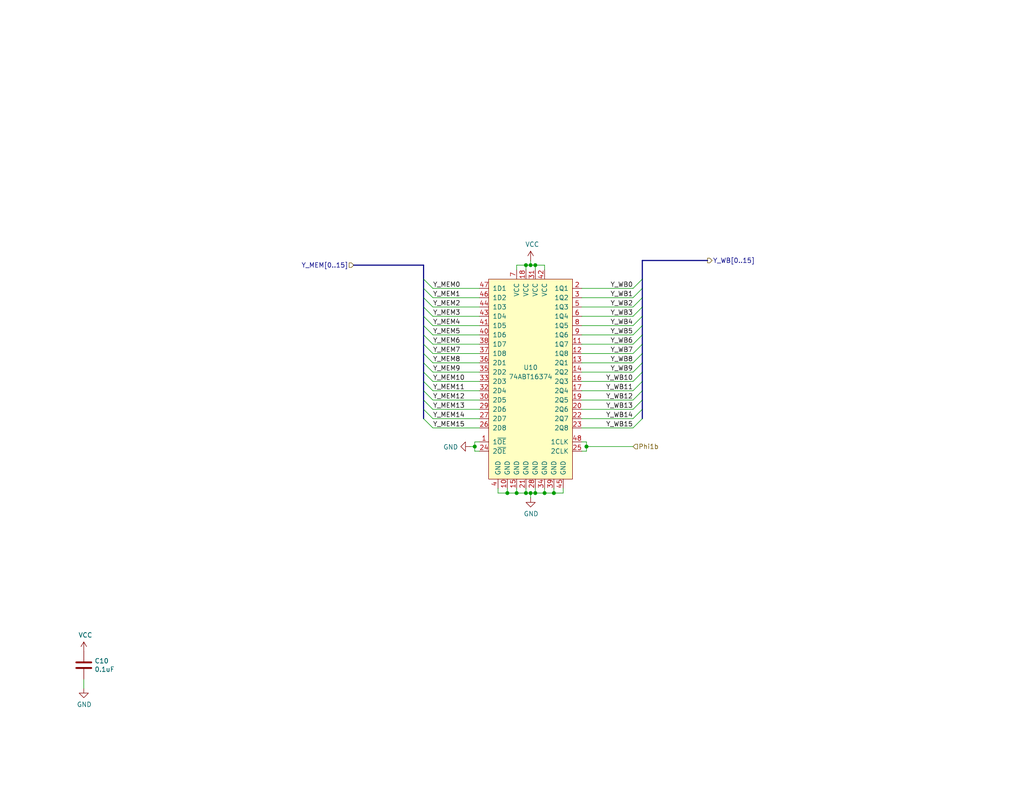
<source format=kicad_sch>
(kicad_sch (version 20250114) (generator "eeschema") (generator_version "9.0")
  (paper "USLetter")
  (title_block (title "ALU Result Register MEM/WB") (date "2025-07-22") (rev "A"))
  (lib_symbols
    (symbol "Device:C" (pin_numbers (hide yes)) (pin_names (offset 0.254))
      (property "Reference" "C" (at 0.635 2.54 0))
      (property "Value" "C" (at 0.635 -2.54 0))
      (symbol "C_0_1"
        (polyline (pts (xy -2.032 0.762) (xy 2.032 0.762)) (stroke (width 0.508)))
        (polyline (pts (xy -2.032 -0.762) (xy 2.032 -0.762)) (stroke (width 0.508)))
      )
      (symbol "C_1_1"
        (pin passive line (at 0 3.81 270) (length 2.794) (name "~") (number "1"))
        (pin passive line (at 0 -3.81 90) (length 2.794) (name "~") (number "2"))
      )
    )
    (symbol "Turtle16:74ABT16374" (pin_names (offset 1.016))
      (symbol "74ABT16374_0_0"
        (pin input line (at -13.97 21.59 0) (length 2.54) (name "1D1") (number "47"))
        (pin input line (at -13.97 19.05 0) (length 2.54) (name "1D2") (number "46"))
        (pin input line (at -13.97 16.51 0) (length 2.54) (name "1D3") (number "44"))
        (pin input line (at -13.97 13.97 0) (length 2.54) (name "1D4") (number "43"))
        (pin input line (at -13.97 11.43 0) (length 2.54) (name "1D5") (number "41"))
        (pin input line (at -13.97 8.89 0) (length 2.54) (name "1D6") (number "40"))
        (pin input line (at -13.97 6.35 0) (length 2.54) (name "1D7") (number "38"))
        (pin input line (at -13.97 3.81 0) (length 2.54) (name "1D8") (number "37"))
        (pin input line (at -13.97 1.27 0) (length 2.54) (name "2D1") (number "36"))
        (pin input line (at -13.97 -1.27 0) (length 2.54) (name "2D2") (number "35"))
        (pin input line (at -13.97 -3.81 0) (length 2.54) (name "2D3") (number "33"))
        (pin input line (at -13.97 -6.35 0) (length 2.54) (name "2D4") (number "32"))
        (pin input line (at -13.97 -8.89 0) (length 2.54) (name "2D5") (number "30"))
        (pin input line (at -13.97 -11.43 0) (length 2.54) (name "2D6") (number "29"))
        (pin input line (at -13.97 -13.97 0) (length 2.54) (name "2D7") (number "27"))
        (pin input line (at -13.97 -16.51 0) (length 2.54) (name "2D8") (number "26"))
        (pin input line (at -13.97 -20.32 0) (length 2.54) (name "1~{OE}") (number "1"))
        (pin input line (at -13.97 -22.86 0) (length 2.54) (name "2~{OE}") (number "24"))
        (pin power_in line (at -8.89 -33.02 90) (length 2.54) (name "GND") (number "4"))
        (pin power_in line (at -6.35 -33.02 90) (length 2.54) (name "GND") (number "10"))
        (pin power_in line (at -3.81 26.67 270) (length 2.54) (name "VCC") (number "7"))
        (pin power_in line (at -3.81 -33.02 90) (length 2.54) (name "GND") (number "15"))
        (pin power_in line (at -1.27 26.67 270) (length 2.54) (name "VCC") (number "18"))
        (pin power_in line (at -1.27 -33.02 90) (length 2.54) (name "GND") (number "21"))
        (pin power_in line (at 1.27 26.67 270) (length 2.54) (name "VCC") (number "31"))
        (pin power_in line (at 1.27 -33.02 90) (length 2.54) (name "GND") (number "28"))
        (pin power_in line (at 3.81 26.67 270) (length 2.54) (name "VCC") (number "42"))
        (pin power_in line (at 3.81 -33.02 90) (length 2.54) (name "GND") (number "34"))
        (pin power_in line (at 6.35 -33.02 90) (length 2.54) (name "GND") (number "39"))
        (pin power_in line (at 8.89 -33.02 90) (length 2.54) (name "GND") (number "45"))
        (pin tri_state line (at 13.97 21.59 180) (length 2.54) (name "1Q1") (number "2"))
        (pin tri_state line (at 13.97 19.05 180) (length 2.54) (name "1Q2") (number "3"))
        (pin tri_state line (at 13.97 16.51 180) (length 2.54) (name "1Q3") (number "5"))
        (pin tri_state line (at 13.97 13.97 180) (length 2.54) (name "1Q4") (number "6"))
        (pin tri_state line (at 13.97 11.43 180) (length 2.54) (name "1Q5") (number "8"))
        (pin tri_state line (at 13.97 8.89 180) (length 2.54) (name "1Q6") (number "9"))
        (pin tri_state line (at 13.97 6.35 180) (length 2.54) (name "1Q7") (number "11"))
        (pin tri_state line (at 13.97 3.81 180) (length 2.54) (name "1Q8") (number "12"))
        (pin tri_state line (at 13.97 1.27 180) (length 2.54) (name "2Q1") (number "13"))
        (pin tri_state line (at 13.97 -1.27 180) (length 2.54) (name "2Q2") (number "14"))
        (pin tri_state line (at 13.97 -3.81 180) (length 2.54) (name "2Q3") (number "16"))
        (pin tri_state line (at 13.97 -6.35 180) (length 2.54) (name "2Q4") (number "17"))
        (pin tri_state line (at 13.97 -8.89 180) (length 2.54) (name "2Q5") (number "19"))
        (pin tri_state line (at 13.97 -11.43 180) (length 2.54) (name "2Q6") (number "20"))
        (pin tri_state line (at 13.97 -13.97 180) (length 2.54) (name "2Q7") (number "22"))
        (pin tri_state line (at 13.97 -16.51 180) (length 2.54) (name "2Q8") (number "23"))
        (pin input line (at 13.97 -20.32 180) (length 2.54) (name "1CLK") (number "48"))
        (pin input line (at 13.97 -22.86 180) (length 2.54) (name "2CLK") (number "25"))
      )
      (symbol "74ABT16374_0_1"
        (rectangle (start -11.43 24.13) (end 11.43 -30.48) (fill (type background)))
      )
    )
    (symbol "power:GND" (power) (pin_numbers (hide yes)) (pin_names (offset 0) (hide yes))
      (property "Value" "GND" (at 0 -3.81 0))
      (symbol "GND_0_1"
        (polyline (pts (xy 0 0) (xy 0 -1.27) (xy 1.27 -1.27) (xy 0 -2.54) (xy -1.27 -1.27) (xy 0 -1.27)))
      )
      (symbol "GND_1_1"
        (pin power_in line (at 0 0 270) (length 0) (name "~") (number "1"))
      )
    )
    (symbol "power:VCC" (power) (pin_numbers (hide yes)) (pin_names (offset 0) (hide yes))
      (property "Value" "VCC" (at 0 3.556 0))
      (symbol "VCC_0_1"
        (polyline (pts (xy -0.762 1.27) (xy 0 2.54)))
        (polyline (pts (xy 0 2.54) (xy 0.762 1.27)))
        (polyline (pts (xy 0 0) (xy 0 2.54)))
      )
      (symbol "VCC_1_1"
        (pin power_in line (at 0 0 90) (length 0) (name "~") (number "1"))
      )
    )
  )
  (junction (at 138.43 134.62))
  (junction (at 143.51 134.62))
  (junction (at 140.97 134.62))
  (junction (at 160.02 121.92))
  (junction (at 146.05 72.39))
  (junction (at 146.05 134.62))
  (junction (at 151.13 134.62))
  (junction (at 144.78 72.39))
  (junction (at 148.59 134.62))
  (junction (at 144.78 134.62))
  (junction (at 129.54 121.92))
  (junction (at 143.51 72.39))
  (bus_entry (at 115.57 114.3) (size 2.54 2.54))
  (bus_entry (at 115.57 109.22) (size 2.54 2.54))
  (bus_entry (at 115.57 93.98) (size 2.54 2.54))
  (bus_entry (at 115.57 81.28) (size 2.54 2.54))
  (bus_entry (at 175.26 111.76) (size -2.54 2.54))
  (bus_entry (at 115.57 104.14) (size 2.54 2.54))
  (bus_entry (at 175.26 114.3) (size -2.54 2.54))
  (bus_entry (at 115.57 78.74) (size 2.54 2.54))
  (bus_entry (at 175.26 106.68) (size -2.54 2.54))
  (bus_entry (at 175.26 109.22) (size -2.54 2.54))
  (bus_entry (at 175.26 96.52) (size -2.54 2.54))
  (bus_entry (at 175.26 78.74) (size -2.54 2.54))
  (bus_entry (at 175.26 91.44) (size -2.54 2.54))
  (bus_entry (at 175.26 88.9) (size -2.54 2.54))
  (bus_entry (at 115.57 88.9) (size 2.54 2.54))
  (bus_entry (at 175.26 83.82) (size -2.54 2.54))
  (bus_entry (at 115.57 86.36) (size 2.54 2.54))
  (bus_entry (at 175.26 76.2) (size -2.54 2.54))
  (bus_entry (at 115.57 83.82) (size 2.54 2.54))
  (bus_entry (at 115.57 76.2) (size 2.54 2.54))
  (bus_entry (at 175.26 86.36) (size -2.54 2.54))
  (bus_entry (at 175.26 81.28) (size -2.54 2.54))
  (bus_entry (at 175.26 101.6) (size -2.54 2.54))
  (bus_entry (at 175.26 104.14) (size -2.54 2.54))
  (bus_entry (at 115.57 96.52) (size 2.54 2.54))
  (bus_entry (at 175.26 93.98) (size -2.54 2.54))
  (bus_entry (at 115.57 91.44) (size 2.54 2.54))
  (bus_entry (at 115.57 106.68) (size 2.54 2.54))
  (bus_entry (at 115.57 101.6) (size 2.54 2.54))
  (bus_entry (at 115.57 99.06) (size 2.54 2.54))
  (bus_entry (at 115.57 111.76) (size 2.54 2.54))
  (bus_entry (at 175.26 99.06) (size -2.54 2.54))
  (wire (pts (xy 118.11 88.9) (xy 130.81 88.9)))
  (wire (pts (xy 118.11 86.36) (xy 130.81 86.36)))
  (wire (pts (xy 160.02 121.92) (xy 160.02 123.19)))
  (bus (pts (xy 115.57 78.74) (xy 115.57 81.28)))
  (wire (pts (xy 129.54 121.92) (xy 129.54 123.19)))
  (wire (pts (xy 172.72 111.76) (xy 158.75 111.76)))
  (wire (pts (xy 153.67 134.62) (xy 153.67 133.35)))
  (wire (pts (xy 138.43 134.62) (xy 140.97 134.62)))
  (bus (pts (xy 115.57 93.98) (xy 115.57 96.52)))
  (bus (pts (xy 115.57 88.9) (xy 115.57 91.44)))
  (bus (pts (xy 115.57 86.36) (xy 115.57 88.9)))
  (wire (pts (xy 143.51 133.35) (xy 143.51 134.62)))
  (bus (pts (xy 115.57 106.68) (xy 115.57 109.22)))
  (wire (pts (xy 129.54 121.92) (xy 128.27 121.92)))
  (wire (pts (xy 160.02 120.65) (xy 160.02 121.92)))
  (wire (pts (xy 172.72 88.9) (xy 158.75 88.9)))
  (wire (pts (xy 172.72 101.6) (xy 158.75 101.6)))
  (wire (pts (xy 140.97 133.35) (xy 140.97 134.62)))
  (wire (pts (xy 148.59 72.39) (xy 148.59 73.66)))
  (wire (pts (xy 172.72 83.82) (xy 158.75 83.82)))
  (wire (pts (xy 144.78 71.12) (xy 144.78 72.39)))
  (bus (pts (xy 175.26 78.74) (xy 175.26 81.28)))
  (bus (pts (xy 115.57 76.2) (xy 115.57 78.74)))
  (wire (pts (xy 143.51 134.62) (xy 144.78 134.62)))
  (bus (pts (xy 175.26 91.44) (xy 175.26 93.98)))
  (wire (pts (xy 172.72 104.14) (xy 158.75 104.14)))
  (wire (pts (xy 148.59 133.35) (xy 148.59 134.62)))
  (bus (pts (xy 115.57 101.6) (xy 115.57 104.14)))
  (wire (pts (xy 138.43 133.35) (xy 138.43 134.62)))
  (bus (pts (xy 96.52 72.39) (xy 115.57 72.39)))
  (bus (pts (xy 175.26 71.12) (xy 175.26 76.2)))
  (wire (pts (xy 118.11 96.52) (xy 130.81 96.52)))
  (wire (pts (xy 172.72 99.06) (xy 158.75 99.06)))
  (wire (pts (xy 135.89 134.62) (xy 138.43 134.62)))
  (bus (pts (xy 175.26 81.28) (xy 175.26 83.82)))
  (wire (pts (xy 118.11 106.68) (xy 130.81 106.68)))
  (wire (pts (xy 118.11 104.14) (xy 130.81 104.14)))
  (bus (pts (xy 175.26 88.9) (xy 175.26 91.44)))
  (wire (pts (xy 118.11 111.76) (xy 130.81 111.76)))
  (bus (pts (xy 175.26 99.06) (xy 175.26 101.6)))
  (wire (pts (xy 118.11 101.6) (xy 130.81 101.6)))
  (wire (pts (xy 172.72 93.98) (xy 158.75 93.98)))
  (wire (pts (xy 146.05 133.35) (xy 146.05 134.62)))
  (wire (pts (xy 172.72 116.84) (xy 158.75 116.84)))
  (wire (pts (xy 140.97 72.39) (xy 143.51 72.39)))
  (wire (pts (xy 172.72 81.28) (xy 158.75 81.28)))
  (bus (pts (xy 193.04 71.12) (xy 175.26 71.12)))
  (wire (pts (xy 172.72 109.22) (xy 158.75 109.22)))
  (wire (pts (xy 172.72 86.36) (xy 158.75 86.36)))
  (wire (pts (xy 151.13 134.62) (xy 153.67 134.62)))
  (wire (pts (xy 172.72 96.52) (xy 158.75 96.52)))
  (wire (pts (xy 143.51 73.66) (xy 143.51 72.39)))
  (bus (pts (xy 115.57 91.44) (xy 115.57 93.98)))
  (wire (pts (xy 118.11 93.98) (xy 130.81 93.98)))
  (wire (pts (xy 146.05 72.39) (xy 148.59 72.39)))
  (bus (pts (xy 115.57 104.14) (xy 115.57 106.68)))
  (wire (pts (xy 172.72 114.3) (xy 158.75 114.3)))
  (wire (pts (xy 118.11 114.3) (xy 130.81 114.3)))
  (wire (pts (xy 172.72 106.68) (xy 158.75 106.68)))
  (bus (pts (xy 175.26 83.82) (xy 175.26 86.36)))
  (bus (pts (xy 115.57 96.52) (xy 115.57 99.06)))
  (wire (pts (xy 146.05 134.62) (xy 148.59 134.62)))
  (wire (pts (xy 146.05 73.66) (xy 146.05 72.39)))
  (wire (pts (xy 160.02 123.19) (xy 158.75 123.19)))
  (wire (pts (xy 140.97 134.62) (xy 143.51 134.62)))
  (bus (pts (xy 175.26 86.36) (xy 175.26 88.9)))
  (wire (pts (xy 129.54 120.65) (xy 129.54 121.92)))
  (wire (pts (xy 118.11 81.28) (xy 130.81 81.28)))
  (wire (pts (xy 118.11 91.44) (xy 130.81 91.44)))
  (wire (pts (xy 144.78 72.39) (xy 146.05 72.39)))
  (wire (pts (xy 140.97 73.66) (xy 140.97 72.39)))
  (bus (pts (xy 175.26 104.14) (xy 175.26 106.68)))
  (wire (pts (xy 151.13 133.35) (xy 151.13 134.62)))
  (wire (pts (xy 172.72 91.44) (xy 158.75 91.44)))
  (bus (pts (xy 115.57 99.06) (xy 115.57 101.6)))
  (wire (pts (xy 160.02 121.92) (xy 172.72 121.92)))
  (wire (pts (xy 135.89 133.35) (xy 135.89 134.62)))
  (bus (pts (xy 175.26 106.68) (xy 175.26 109.22)))
  (bus (pts (xy 175.26 101.6) (xy 175.26 104.14)))
  (wire (pts (xy 143.51 72.39) (xy 144.78 72.39)))
  (wire (pts (xy 118.11 109.22) (xy 130.81 109.22)))
  (wire (pts (xy 144.78 134.62) (xy 146.05 134.62)))
  (wire (pts (xy 118.11 116.84) (xy 130.81 116.84)))
  (wire (pts (xy 144.78 134.62) (xy 144.78 135.89)))
  (bus (pts (xy 115.57 109.22) (xy 115.57 111.76)))
  (bus (pts (xy 175.26 93.98) (xy 175.26 96.52)))
  (wire (pts (xy 130.81 120.65) (xy 129.54 120.65)))
  (bus (pts (xy 175.26 111.76) (xy 175.26 114.3)))
  (bus (pts (xy 115.57 81.28) (xy 115.57 83.82)))
  (wire (pts (xy 172.72 78.74) (xy 158.75 78.74)))
  (bus (pts (xy 115.57 72.39) (xy 115.57 76.2)))
  (wire (pts (xy 118.11 83.82) (xy 130.81 83.82)))
  (wire (pts (xy 129.54 123.19) (xy 130.81 123.19)))
  (bus (pts (xy 115.57 111.76) (xy 115.57 114.3)))
  (wire (pts (xy 22.86 187.96) (xy 22.86 185.42)))
  (bus (pts (xy 115.57 83.82) (xy 115.57 86.36)))
  (bus (pts (xy 175.26 96.52) (xy 175.26 99.06)))
  (bus (pts (xy 175.26 109.22) (xy 175.26 111.76)))
  (wire (pts (xy 118.11 78.74) (xy 130.81 78.74)))
  (wire (pts (xy 118.11 99.06) (xy 130.81 99.06)))
  (bus (pts (xy 175.26 76.2) (xy 175.26 78.74)))
  (wire (pts (xy 148.59 134.62) (xy 151.13 134.62)))
  (wire (pts (xy 158.75 120.65) (xy 160.02 120.65)))
  (label "Y_WB9" (at 172.72 101.6 180))
  (label "Y_WB14" (at 172.72 114.3 180))
  (label "Y_WB7" (at 172.72 96.52 180))
  (label "Y_WB4" (at 172.72 88.9 180))
  (label "Y_WB10" (at 172.72 104.14 180))
  (label "Y_MEM13" (at 118.11 111.76 0))
  (label "Y_MEM4" (at 118.11 88.9 0))
  (label "Y_WB12" (at 172.72 109.22 180))
  (label "Y_WB0" (at 172.72 78.74 180))
  (label "Y_MEM8" (at 118.11 99.06 0))
  (label "Y_MEM7" (at 118.11 96.52 0))
  (label "Y_WB13" (at 172.72 111.76 180))
  (label "Y_WB6" (at 172.72 93.98 180))
  (label "Y_MEM15" (at 118.11 116.84 0))
  (label "Y_MEM5" (at 118.11 91.44 0))
  (label "Y_WB8" (at 172.72 99.06 180))
  (label "Y_WB3" (at 172.72 86.36 180))
  (label "Y_MEM2" (at 118.11 83.82 0))
  (label "Y_MEM9" (at 118.11 101.6 0))
  (label "Y_MEM14" (at 118.11 114.3 0))
  (label "Y_WB15" (at 172.72 116.84 180))
  (label "Y_MEM10" (at 118.11 104.14 0))
  (label "Y_WB5" (at 172.72 91.44 180))
  (label "Y_MEM12" (at 118.11 109.22 0))
  (label "Y_MEM6" (at 118.11 93.98 0))
  (label "Y_WB1" (at 172.72 81.28 180))
  (label "Y_MEM11" (at 118.11 106.68 0))
  (label "Y_WB11" (at 172.72 106.68 180))
  (label "Y_MEM0" (at 118.11 78.74 0))
  (label "Y_MEM1" (at 118.11 81.28 0))
  (label "Y_WB2" (at 172.72 83.82 180))
  (label "Y_MEM3" (at 118.11 86.36 0))
  (hierarchical_label "Y_MEM[0..15]" (shape input) (at 96.52 72.39 180))
  (hierarchical_label "Phi1b" (shape input) (at 172.72 121.92 0))
  (hierarchical_label "Y_WB[0..15]" (shape output) (at 193.04 71.12 0))
  (symbol (lib_id "Device:C") (at 22.86 181.61 0) (unit 1)
    (property "Reference" "C?" (at 25.781 180.4416 0) (effects (justify left)))
    (property "Value" "0.1uF" (at 25.781 182.753 0) (effects (justify left)))
    (property "Footprint" "Capacitor_SMD:C_0603_1608Metric" (effects (hide yes)))
    (property "Datasheet" "https://www.mouser.com/datasheet/2/396/taiyo_yuden_12132018_mlcc11_hq_e-1510082.pdf" (effects (hide yes)))
    (property "Manufacturer" "Taiyo Yuden" (effects (hide yes)))
    (property "Manufacturer#" "EMK107B7104KAHT" (effects (hide yes)))
    (property "Digikey#" "587-6004-1-ND" (effects (hide yes)))
    (instances (project "MEMCard" (path "" (reference "C10") (unit 1))) (project "MEMCard" (path "" (reference "C?") (unit 1))))
  )
  (symbol (lib_id "power:VCC") (at 22.86 177.8 0) (unit 1)
    (property "Reference" "#PWR?" (effects (hide yes)))
    (property "Value" "VCC" (at 23.2918 173.4058 0))
    (property "Description" "Power symbol creates a global label with name \"VCC\"" (effects (hide yes)))
    (instances (project "MEMCard" (path "" (reference "#PWR051") (unit 1))) (project "MEMCard" (path "" (reference "#PWR?") (unit 1))))
  )
  (symbol (lib_id "power:GND") (at 22.86 187.96 0) (unit 1)
    (property "Reference" "#PWR?" (effects (hide yes)))
    (property "Value" "GND" (at 22.987 192.3542 0))
    (property "Description" "Power symbol creates a global label with name \"GND\" , ground" (effects (hide yes)))
    (instances (project "MEMCard" (path "" (reference "#PWR052") (unit 1))) (project "MEMCard" (path "" (reference "#PWR?") (unit 1))))
  )
  (symbol (lib_id "power:GND") (at 128.27 121.92 270) (unit 1)
    (property "Reference" "#PWR?" (effects (hide yes)))
    (property "Value" "GND" (at 125.0188 122.047 90) (effects (justify right)))
    (property "Description" "Power symbol creates a global label with name \"GND\" , ground" (effects (hide yes)))
    (instances (project "MEMCard" (path "" (reference "#PWR053") (unit 1))) (project "MEMCard" (path "" (reference "#PWR?") (unit 1))))
  )
  (symbol (lib_id "power:VCC") (at 144.78 71.12 0) (unit 1)
    (property "Reference" "#PWR?" (effects (hide yes)))
    (property "Value" "VCC" (at 145.2118 66.7258 0))
    (property "Description" "Power symbol creates a global label with name \"VCC\"" (effects (hide yes)))
    (instances (project "MEMCard" (path "" (reference "#PWR054") (unit 1))) (project "MEMCard" (path "" (reference "#PWR?") (unit 1))))
  )
  (symbol (lib_id "power:GND") (at 144.78 135.89 0) (unit 1)
    (property "Reference" "#PWR?" (effects (hide yes)))
    (property "Value" "GND" (at 144.907 140.2842 0))
    (property "Description" "Power symbol creates a global label with name \"GND\" , ground" (effects (hide yes)))
    (instances (project "MEMCard" (path "" (reference "#PWR055") (unit 1))) (project "MEMCard" (path "" (reference "#PWR?") (unit 1))))
  )
  (symbol (lib_id "Turtle16:74ABT16374") (at 144.78 100.33 0) (unit 1)
    (property "Reference" "U?" (at 144.78 100.33 0))
    (property "Value" "74ABT16374" (at 144.78 102.87 0))
    (property "Footprint" "Package_SO:TSSOP-48_6.1x12.5mm_P0.5mm" (effects (hide yes)))
    (property "Datasheet" "https://www.ti.com/general/docs/suppproductinfo.tsp?distId=26&gotoUrl=https://www.ti.com/lit/gpn/sn74abt16374a" (effects (hide yes)))
    (property "Manufacturer" "Texas Instruments" (effects (hide yes)))
    (property "Manufacturer#" "SN74ABT16374ADGGR" (effects (hide yes)))
    (property "Mouser#" "595-SNABT16374ADGGR" (effects (hide yes)))
    (property "Digikey#" "296-3900-1-ND" (effects (hide yes)))
    (instances (project "MEMCard" (path "" (reference "U10") (unit 1))) (project "MEMCard" (path "" (reference "U?") (unit 1))))
  )
)
</source>
